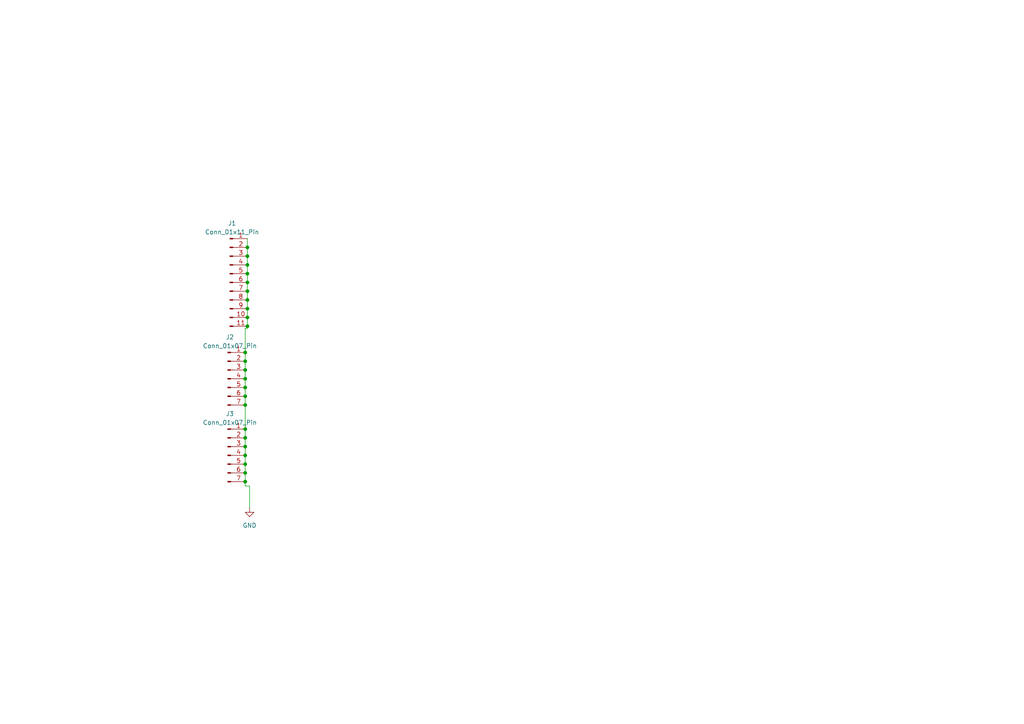
<source format=kicad_sch>
(kicad_sch (version 20230121) (generator eeschema)
  (paper "A4")
  (lib_symbols
    (symbol "Connector:Conn_01x07_Pin" (pin_names (offset 1.016) hide)
      (property "Reference" "J" (at 0 10.16 0))
      (property "Value" "Conn_01x07_Pin" (at 0 -10.16 0))
      (symbol "Conn_01x07_Pin_1_1"
        (polyline (pts (xy 1.27 -7.62) (xy 0.8636 -7.62)) (stroke (width 0.1524)))
        (polyline (pts (xy 1.27 -5.08) (xy 0.8636 -5.08)) (stroke (width 0.1524)))
        (polyline (pts (xy 1.27 -2.54) (xy 0.8636 -2.54)) (stroke (width 0.1524)))
        (polyline (pts (xy 1.27 0) (xy 0.8636 0)) (stroke (width 0.1524)))
        (polyline (pts (xy 1.27 2.54) (xy 0.8636 2.54)) (stroke (width 0.1524)))
        (polyline (pts (xy 1.27 5.08) (xy 0.8636 5.08)) (stroke (width 0.1524)))
        (polyline (pts (xy 1.27 7.62) (xy 0.8636 7.62)) (stroke (width 0.1524)))
        (rectangle (start 0.8636 -7.493) (end 0 -7.747) (stroke (width 0.1524)) (fill (type outline)))
        (rectangle (start 0.8636 -4.953) (end 0 -5.207) (stroke (width 0.1524)) (fill (type outline)))
        (rectangle (start 0.8636 -2.413) (end 0 -2.667) (stroke (width 0.1524)) (fill (type outline)))
        (rectangle (start 0.8636 0.127) (end 0 -0.127) (stroke (width 0.1524)) (fill (type outline)))
        (rectangle (start 0.8636 2.667) (end 0 2.413) (stroke (width 0.1524)) (fill (type outline)))
        (rectangle (start 0.8636 5.207) (end 0 4.953) (stroke (width 0.1524)) (fill (type outline)))
        (rectangle (start 0.8636 7.747) (end 0 7.493) (stroke (width 0.1524)) (fill (type outline)))
        (pin passive line (at 5.08 7.62 180) (length 3.81) (name "Pin_1") (number "1"))
        (pin passive line (at 5.08 5.08 180) (length 3.81) (name "Pin_2") (number "2"))
        (pin passive line (at 5.08 2.54 180) (length 3.81) (name "Pin_3") (number "3"))
        (pin passive line (at 5.08 0 180) (length 3.81) (name "Pin_4") (number "4"))
        (pin passive line (at 5.08 -2.54 180) (length 3.81) (name "Pin_5") (number "5"))
        (pin passive line (at 5.08 -5.08 180) (length 3.81) (name "Pin_6") (number "6"))
        (pin passive line (at 5.08 -7.62 180) (length 3.81) (name "Pin_7") (number "7"))
      )
    )
    (symbol "Connector:Conn_01x11_Pin" (pin_names (offset 1.016) hide)
      (property "Reference" "J" (at 0 15.24 0))
      (property "Value" "Conn_01x11_Pin" (at 0 -15.24 0))
      (symbol "Conn_01x11_Pin_1_1"
        (polyline (pts (xy 1.27 -12.7) (xy 0.8636 -12.7)) (stroke (width 0.1524)))
        (polyline (pts (xy 1.27 -10.16) (xy 0.8636 -10.16)) (stroke (width 0.1524)))
        (polyline (pts (xy 1.27 -7.62) (xy 0.8636 -7.62)) (stroke (width 0.1524)))
        (polyline (pts (xy 1.27 -5.08) (xy 0.8636 -5.08)) (stroke (width 0.1524)))
        (polyline (pts (xy 1.27 -2.54) (xy 0.8636 -2.54)) (stroke (width 0.1524)))
        (polyline (pts (xy 1.27 0) (xy 0.8636 0)) (stroke (width 0.1524)))
        (polyline (pts (xy 1.27 2.54) (xy 0.8636 2.54)) (stroke (width 0.1524)))
        (polyline (pts (xy 1.27 5.08) (xy 0.8636 5.08)) (stroke (width 0.1524)))
        (polyline (pts (xy 1.27 7.62) (xy 0.8636 7.62)) (stroke (width 0.1524)))
        (polyline (pts (xy 1.27 10.16) (xy 0.8636 10.16)) (stroke (width 0.1524)))
        (polyline (pts (xy 1.27 12.7) (xy 0.8636 12.7)) (stroke (width 0.1524)))
        (rectangle (start 0.8636 -12.573) (end 0 -12.827) (stroke (width 0.1524)) (fill (type outline)))
        (rectangle (start 0.8636 -10.033) (end 0 -10.287) (stroke (width 0.1524)) (fill (type outline)))
        (rectangle (start 0.8636 -7.493) (end 0 -7.747) (stroke (width 0.1524)) (fill (type outline)))
        (rectangle (start 0.8636 -4.953) (end 0 -5.207) (stroke (width 0.1524)) (fill (type outline)))
        (rectangle (start 0.8636 -2.413) (end 0 -2.667) (stroke (width 0.1524)) (fill (type outline)))
        (rectangle (start 0.8636 0.127) (end 0 -0.127) (stroke (width 0.1524)) (fill (type outline)))
        (rectangle (start 0.8636 2.667) (end 0 2.413) (stroke (width 0.1524)) (fill (type outline)))
        (rectangle (start 0.8636 5.207) (end 0 4.953) (stroke (width 0.1524)) (fill (type outline)))
        (rectangle (start 0.8636 7.747) (end 0 7.493) (stroke (width 0.1524)) (fill (type outline)))
        (rectangle (start 0.8636 10.287) (end 0 10.033) (stroke (width 0.1524)) (fill (type outline)))
        (rectangle (start 0.8636 12.827) (end 0 12.573) (stroke (width 0.1524)) (fill (type outline)))
        (pin passive line (at 5.08 12.7 180) (length 3.81) (name "Pin_1") (number "1"))
        (pin passive line (at 5.08 -10.16 180) (length 3.81) (name "Pin_10") (number "10"))
        (pin passive line (at 5.08 -12.7 180) (length 3.81) (name "Pin_11") (number "11"))
        (pin passive line (at 5.08 10.16 180) (length 3.81) (name "Pin_2") (number "2"))
        (pin passive line (at 5.08 7.62 180) (length 3.81) (name "Pin_3") (number "3"))
        (pin passive line (at 5.08 5.08 180) (length 3.81) (name "Pin_4") (number "4"))
        (pin passive line (at 5.08 2.54 180) (length 3.81) (name "Pin_5") (number "5"))
        (pin passive line (at 5.08 0 180) (length 3.81) (name "Pin_6") (number "6"))
        (pin passive line (at 5.08 -2.54 180) (length 3.81) (name "Pin_7") (number "7"))
        (pin passive line (at 5.08 -5.08 180) (length 3.81) (name "Pin_8") (number "8"))
        (pin passive line (at 5.08 -7.62 180) (length 3.81) (name "Pin_9") (number "9"))
      )
    )
    (symbol "power:GND" (power) (pin_names (offset 0))
      (property "Value" "GND" (at 0 -3.81 0))
      (symbol "GND_0_1"
        (polyline (pts (xy 0 0) (xy 0 -1.27) (xy 1.27 -1.27) (xy 0 -2.54) (xy -1.27 -1.27) (xy 0 -1.27)))
      )
      (symbol "GND_1_1"
        (pin power_in line (at 0 0 270) (length 0) hide (name "GND") (number "1"))
      )
    )
  )
  (junction (at 71.12 124.46))
  (junction (at 71.12 109.855))
  (junction (at 71.12 139.7))
  (junction (at 71.12 132.08))
  (junction (at 71.755 71.755))
  (junction (at 71.755 94.615))
  (junction (at 71.755 89.535))
  (junction (at 71.755 92.075))
  (junction (at 71.12 107.315))
  (junction (at 71.12 129.54))
  (junction (at 71.755 79.375))
  (junction (at 71.755 76.835))
  (junction (at 71.755 74.295))
  (junction (at 71.12 114.935))
  (junction (at 71.755 81.915))
  (junction (at 71.755 86.995))
  (junction (at 71.12 134.62))
  (junction (at 71.12 112.395))
  (junction (at 71.12 137.16))
  (junction (at 71.12 127))
  (junction (at 71.12 104.775))
  (junction (at 71.755 84.455))
  (junction (at 71.12 102.235))
  (junction (at 71.12 117.475))
  (wire (pts (xy 71.755 89.535) (xy 71.755 86.995)))
  (wire (pts (xy 71.755 74.295) (xy 71.755 71.755)))
  (wire (pts (xy 71.12 102.235) (xy 71.12 104.775)))
  (wire (pts (xy 71.12 129.54) (xy 71.12 132.08)))
  (wire (pts (xy 71.12 117.475) (xy 71.12 124.46)))
  (wire (pts (xy 71.12 124.46) (xy 71.12 127)))
  (wire (pts (xy 72.39 147.32) (xy 72.39 140.97)))
  (wire (pts (xy 71.12 137.16) (xy 71.12 139.7)))
  (wire (pts (xy 71.12 139.7) (xy 71.12 140.97)))
  (wire (pts (xy 71.755 86.995) (xy 71.755 84.455)))
  (wire (pts (xy 71.12 134.62) (xy 71.12 137.16)))
  (wire (pts (xy 72.39 140.97) (xy 71.12 140.97)))
  (wire (pts (xy 71.12 127) (xy 71.12 129.54)))
  (wire (pts (xy 71.12 95.25) (xy 71.755 95.25)))
  (wire (pts (xy 71.755 84.455) (xy 71.755 81.915)))
  (wire (pts (xy 71.755 71.755) (xy 71.755 69.215)))
  (wire (pts (xy 71.755 76.835) (xy 71.755 74.295)))
  (wire (pts (xy 71.12 132.08) (xy 71.12 134.62)))
  (wire (pts (xy 71.12 114.935) (xy 71.12 117.475)))
  (wire (pts (xy 71.755 94.615) (xy 71.755 92.075)))
  (wire (pts (xy 71.12 107.315) (xy 71.12 109.855)))
  (wire (pts (xy 71.12 95.25) (xy 71.12 102.235)))
  (wire (pts (xy 71.755 92.075) (xy 71.755 89.535)))
  (wire (pts (xy 71.12 104.775) (xy 71.12 107.315)))
  (wire (pts (xy 71.755 81.915) (xy 71.755 79.375)))
  (wire (pts (xy 71.755 95.25) (xy 71.755 94.615)))
  (wire (pts (xy 71.12 109.855) (xy 71.12 112.395)))
  (wire (pts (xy 71.12 112.395) (xy 71.12 114.935)))
  (wire (pts (xy 71.755 79.375) (xy 71.755 76.835)))
  (symbol (lib_id "Connector:Conn_01x07_Pin") (at 66.04 132.08 0) (unit 1)
    (property "Reference" "J3" (at 66.675 120.015 0))
    (property "Value" "Conn_01x07_Pin" (at 66.675 122.555 0))
    (property "Footprint" "Connector_PinHeader_2.54mm:PinHeader_1x07_P2.54mm_Vertical" (effects hide))
  )
  (symbol (lib_id "Connector:Conn_01x11_Pin") (at 66.675 81.915 0) (unit 1)
    (property "Reference" "J1" (at 67.31 64.77 0))
    (property "Value" "Conn_01x11_Pin" (at 67.31 67.31 0))
    (property "Footprint" "Connector_PinHeader_2.54mm:PinHeader_1x11_P2.54mm_Vertical" (effects hide))
  )
  (symbol (lib_id "Connector:Conn_01x07_Pin") (at 66.04 109.855 0) (unit 1)
    (property "Reference" "J2" (at 66.675 97.79 0))
    (property "Value" "Conn_01x07_Pin" (at 66.675 100.33 0))
    (property "Footprint" "Connector_PinHeader_2.54mm:PinHeader_1x07_P2.54mm_Vertical" (effects hide))
  )
  (symbol (lib_id "power:GND") (at 72.39 147.32 0) (unit 1)
    (property "Reference" "#PWR02" (effects hide))
    (property "Value" "GND" (at 72.39 152.4 0))
  )
)
</source>
